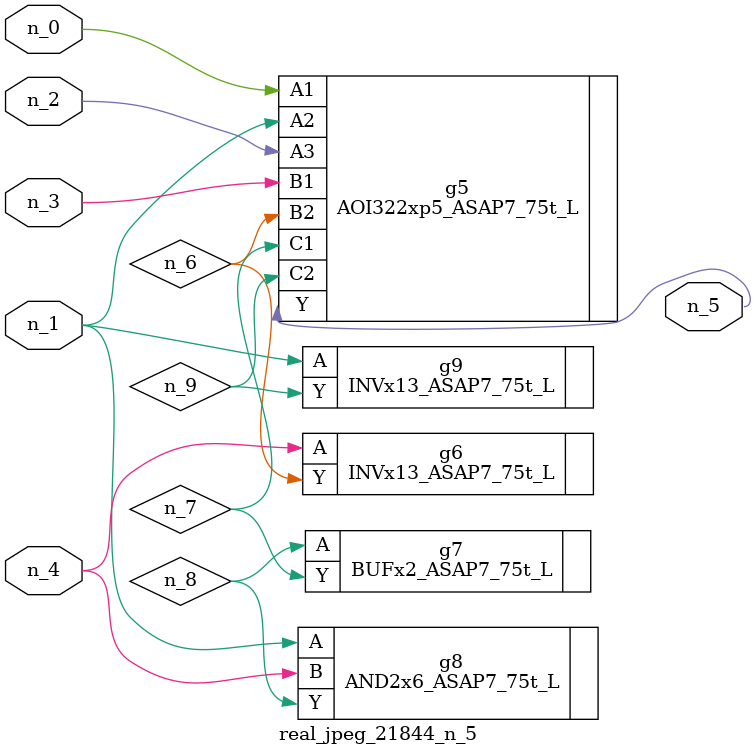
<source format=v>
module real_jpeg_21844_n_5 (n_4, n_0, n_1, n_2, n_3, n_5);

input n_4;
input n_0;
input n_1;
input n_2;
input n_3;

output n_5;

wire n_8;
wire n_6;
wire n_7;
wire n_9;

AOI322xp5_ASAP7_75t_L g5 ( 
.A1(n_0),
.A2(n_1),
.A3(n_2),
.B1(n_3),
.B2(n_6),
.C1(n_7),
.C2(n_9),
.Y(n_5)
);

AND2x6_ASAP7_75t_L g8 ( 
.A(n_1),
.B(n_4),
.Y(n_8)
);

INVx13_ASAP7_75t_L g9 ( 
.A(n_1),
.Y(n_9)
);

INVx13_ASAP7_75t_L g6 ( 
.A(n_4),
.Y(n_6)
);

BUFx2_ASAP7_75t_L g7 ( 
.A(n_8),
.Y(n_7)
);


endmodule
</source>
